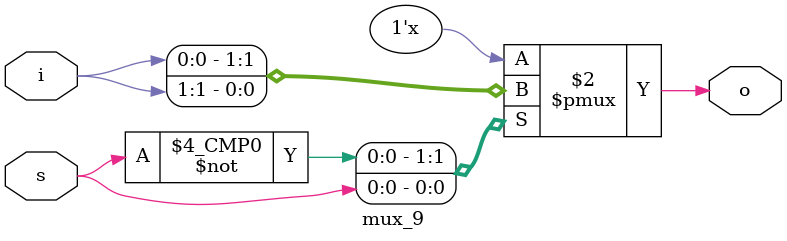
<source format=v>
`timescale 1ns / 1ps
module mux_9(
    input [1:0]i,
    input s,
    output reg o
    );
	 always @(s or i)
	  begin
	    case(s)
		  1'b0:o=i[0];
		  1'b1:o=i[1];
		  default:o=1'bx;
		 endcase
	  end
    

endmodule

</source>
